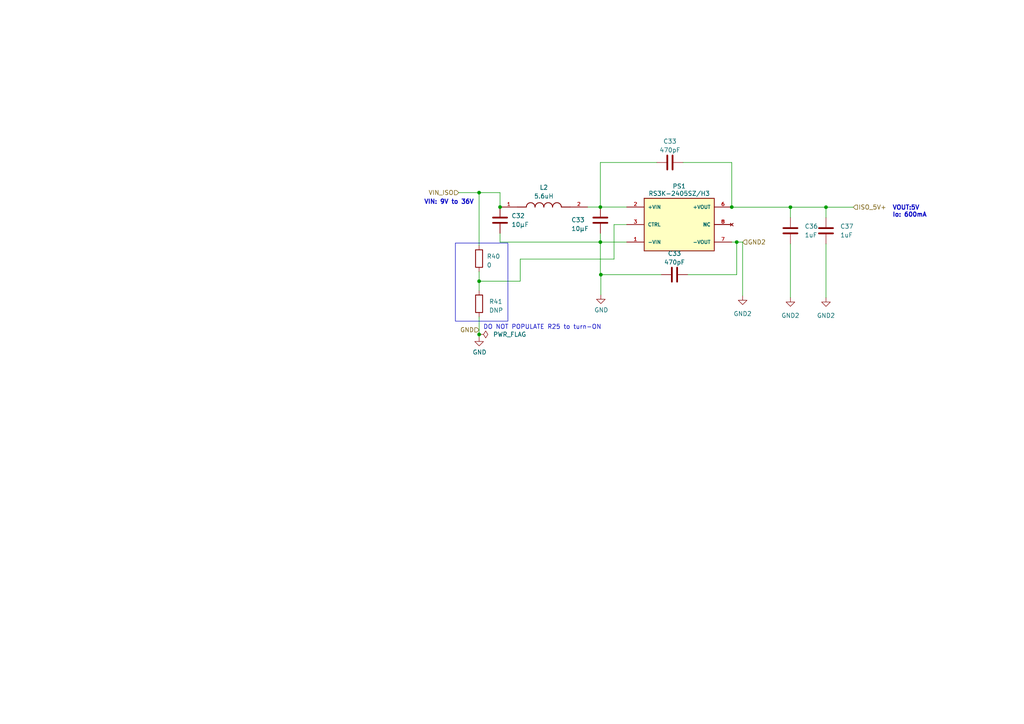
<source format=kicad_sch>
(kicad_sch (version 20231120) (generator "eeschema") (generator_version "8.0")
  (paper "A4")
  (title_block (title "packetRFMS") (date "2024-03-21") (rev "PCB_00132_6A_2124") (company "Packetworx Inc."))
  (lib_symbols
    (symbol "Device:C" (pin_numbers hide) (pin_names (offset 0.254))
      (property "Reference" "C" (at 0.635 2.54 0))
      (property "Value" "C" (at 0.635 -2.54 0))
      (symbol "C_0_1"
        (polyline (pts (xy -2.032 -0.762) (xy 2.032 -0.762)) (stroke (width 0.508)))
        (polyline (pts (xy -2.032 0.762) (xy 2.032 0.762)) (stroke (width 0.508)))
      )
      (symbol "C_1_1"
        (pin passive line (at 0 3.81 270) (length 2.794) (name "~") (number "1"))
        (pin passive line (at 0 -3.81 90) (length 2.794) (name "~") (number "2"))
      )
    )
    (symbol "Device:R" (pin_numbers hide) (pin_names (offset 0))
      (property "Reference" "R" (at 2.032 0 90))
      (property "Value" "R" (at 0 0 90))
      (symbol "R_0_1"
        (rectangle (start -1.016 -2.54) (end 1.016 2.54) (stroke (width 0.254)))
      )
      (symbol "R_1_1"
        (pin passive line (at 0 3.81 270) (length 1.27) (name "~") (number "1"))
        (pin passive line (at 0 -3.81 90) (length 1.27) (name "~") (number "2"))
      )
    )
    (symbol "RLS-567-R:RLS-567-R" (pin_names (offset 1.016))
      (property "Reference" "L" (at -10.16 7.62 0))
      (property "Value" "RLS-567-R" (at -10.16 5.08 0))
      (symbol "RLS-567-R_0_0"
        (arc (start -2.54 0) (mid -3.81 1.2645) (end -5.08 0) (stroke (width 0.254)))
        (arc (start 0 0) (mid -1.27 1.2645) (end -2.54 0) (stroke (width 0.254)))
        (polyline (pts (xy -5.08 0) (xy -7.62 0)) (stroke (width 0.254)))
        (polyline (pts (xy 5.08 0) (xy 7.62 0)) (stroke (width 0.254)))
        (arc (start 2.54 0) (mid 1.27 1.2645) (end 0 0) (stroke (width 0.254)))
        (arc (start 5.08 0) (mid 3.81 1.2645) (end 2.54 0) (stroke (width 0.254)))
        (pin passive line (at -12.7 0 0) (length 5.08) (name "~") (number "1"))
        (pin passive line (at 12.7 0 180) (length 5.08) (name "~") (number "2"))
      )
    )
    (symbol "RS3K-2405SZ_H3:RS3K-2405SZ/H3" (pin_names (offset 1.016))
      (property "Reference" "PS1" (at -0.0078 11.1192 0))
      (property "Value" "RS3K-2405SZ/H3" (at -0.0078 9.0055 0))
      (symbol "RS3K-2405SZ/H3_0_0"
        (rectangle (start -10.16 -7.62) (end 10.16 7.62) (stroke (width 0.254)) (fill (type background)))
        (pin input line (at -15.24 -5.08 0) (length 5.08) (name "-VIN") (number "1"))
        (pin input line (at -15.24 5.08 0) (length 5.08) (name "+VIN") (number "2"))
        (pin input line (at -15.24 0 0) (length 5.08) (name "CTRL") (number "3"))
        (pin no_connect line (at 15.24 0 180) (length 5.08) (name "NC") (number "5"))
        (pin output line (at 15.24 5.08 180) (length 5.08) (name "+VOUT") (number "6"))
        (pin no_connect line (at 15.24 0 180) (length 5.08) (name "NC") (number "8"))
      )
      (symbol "RS3K-2405SZ/H3_1_0"
        (pin bidirectional line (at 15.24 -5.08 180) (length 5.08) (name "-VOUT") (number "7"))
      )
    )
    (symbol "power:GND" (power) (pin_names (offset 0))
      (property "Value" "GND" (at 0 -3.81 0))
      (symbol "GND_0_1"
        (polyline (pts (xy 0 0) (xy 0 -1.27) (xy 1.27 -1.27) (xy 0 -2.54) (xy -1.27 -1.27) (xy 0 -1.27)))
      )
      (symbol "GND_1_1"
        (pin power_in line (at 0 0 270) (length 0) hide (name "GND") (number "1"))
      )
    )
    (symbol "power:GND2" (power) (pin_names (offset 0))
      (property "Value" "GND2" (at 0 -3.81 0))
      (symbol "GND2_0_1"
        (polyline (pts (xy 0 0) (xy 0 -1.27) (xy 1.27 -1.27) (xy 0 -2.54) (xy -1.27 -1.27) (xy 0 -1.27)))
      )
      (symbol "GND2_1_1"
        (pin power_in line (at 0 0 270) (length 0) hide (name "GND2") (number "1"))
      )
    )
    (symbol "power:PWR_FLAG" (power) (pin_numbers hide) (pin_names (offset 0) hide)
      (property "Value" "PWR_FLAG" (at 0 3.81 0))
      (symbol "PWR_FLAG_0_0"
        (pin power_out line (at 0 0 90) (length 0) (name "pwr") (number "1"))
      )
      (symbol "PWR_FLAG_0_1"
        (polyline (pts (xy 0 0) (xy 0 1.27) (xy -1.016 1.905) (xy 0 2.54) (xy 1.016 1.905) (xy 0 1.27)))
      )
    )
  )
  (junction (at 138.965 96.9989))
  (junction (at 174.1271 70.219))
  (junction (at 213.6826 70.219))
  (junction (at 212.2412 60.059))
  (junction (at 138.965 81.5609))
  (junction (at 138.9553 55.8725))
  (junction (at 174.2702 79.6619))
  (junction (at 239.5687 60.0951))
  (junction (at 174.1271 60.059))
  (junction (at 229.2543 60.0951))
  (junction (at 145.033 60.059))
  (wire (pts (xy 239.5687 63.1165) (xy 239.5687 60.0951)))
  (wire (pts (xy 215.391 70.219) (xy 215.391 85.8103)))
  (wire (pts (xy 213.6826 70.219) (xy 215.391 70.219)))
  (wire (pts (xy 138.9553 55.8725) (xy 145.033 55.8725)))
  (wire (pts (xy 174.1271 67.679) (xy 174.1271 70.219)))
  (wire (pts (xy 212.2412 47.1323) (xy 198.1165 47.1323)))
  (wire (pts (xy 174.1271 70.219) (xy 174.1271 79.6619)))
  (wire (pts (xy 145.033 55.8725) (xy 145.033 60.059)))
  (wire (pts (xy 174.2702 79.6619) (xy 174.2702 85.5209)))
  (wire (pts (xy 229.2543 70.7292) (xy 229.2543 86.3205)))
  (wire (pts (xy 150.8898 75.1449) (xy 178.0966 75.1449)))
  (wire (pts (xy 181.7612 70.219) (xy 174.1271 70.219)))
  (wire (pts (xy 239.5687 70.7365) (xy 239.5687 86.3278)))
  (wire (pts (xy 213.6826 79.6619) (xy 213.6826 70.219)))
  (wire (pts (xy 145.033 67.679) (xy 145.033 70.219)))
  (wire (pts (xy 212.2412 60.0951) (xy 212.2412 60.059)))
  (wire (pts (xy 213.6826 70.219) (xy 212.2412 70.219)))
  (wire (pts (xy 138.965 84.2976) (xy 138.965 81.5609)))
  (wire (pts (xy 150.8898 81.5609) (xy 138.965 81.5609)))
  (wire (pts (xy 150.8898 75.1449) (xy 150.8898 81.5609)))
  (wire (pts (xy 178.0966 65.139) (xy 178.0966 75.1449)))
  (wire (pts (xy 229.2543 63.1092) (xy 229.2543 60.0951)))
  (wire (pts (xy 174.1271 60.059) (xy 181.7612 60.059)))
  (wire (pts (xy 170.433 60.059) (xy 174.1271 60.059)))
  (wire (pts (xy 174.1271 47.1323) (xy 174.1271 60.059)))
  (wire (pts (xy 190.4965 47.1323) (xy 174.1271 47.1323)))
  (wire (pts (xy 212.2412 60.0951) (xy 229.2543 60.0951)))
  (wire (pts (xy 138.9553 71.1843) (xy 138.9553 55.8725)))
  (wire (pts (xy 239.5687 60.0951) (xy 247.4856 60.0951)))
  (wire (pts (xy 138.965 78.8043) (xy 138.9553 78.8043)))
  (wire (pts (xy 133.0442 55.8725) (xy 138.9553 55.8725)))
  (wire (pts (xy 191.8197 79.6619) (xy 174.2702 79.6619)))
  (wire (pts (xy 174.2702 79.6619) (xy 174.1271 79.6619)))
  (wire (pts (xy 138.965 91.9176) (xy 138.965 96.9989)))
  (wire (pts (xy 212.2412 47.1323) (xy 212.2412 60.059)))
  (wire (pts (xy 138.965 81.5609) (xy 138.965 78.8043)))
  (wire (pts (xy 229.2543 60.0951) (xy 239.5687 60.0951)))
  (wire (pts (xy 138.965 96.9989) (xy 138.965 97.7766)))
  (wire (pts (xy 145.033 70.219) (xy 174.1271 70.219)))
  (wire (pts (xy 181.7612 65.139) (xy 178.0966 65.139)))
  (wire (pts (xy 199.4397 79.6619) (xy 213.6826 79.6619)))
  (rectangle (start 132.08 70.4957) (end 147.3144 93.1466))
  (text "VOUT:5V\nIo: 600mA\n" (at 258.7999 63.154 0) (effects (font (size 1.27 1.27) (thickness 0.254) (bold yes)) (justify left bottom)))
  (text "VIN: 9V to 36V\n" (at 122.9509 59.4177 0) (effects (font (size 1.27 1.27) (thickness 0.254) (bold yes)) (justify left bottom)))
  (text "DO NOT POPULATE R25 to turn-ON\n" (at 140.1538 95.704 0) (effects (font (size 1.27 1.27)) (justify left bottom)))
  (hierarchical_label "GND" (shape input) (at 138.965 95.6807 180) (property "Intersheetrefs" "${INTERSHEET_REFS}" (effects (hide yes))))
  (hierarchical_label "VIN_ISO" (shape input) (at 133.0442 55.8725 180) (property "Intersheetrefs" "${INTERSHEET_REFS}" (effects (hide yes))))
  (hierarchical_label "GND2" (shape input) (at 215.391 70.219 0) (property "Intersheetrefs" "${INTERSHEET_REFS}" (effects (hide yes))))
  (hierarchical_label "ISO_5V+" (shape input) (at 247.4856 60.0951 0) (property "Intersheetrefs" "${INTERSHEET_REFS}" (effects (hide yes))))
  (symbol (lib_id "Device:C") (at 239.5687 66.9265 0) (unit 1)
    (property "Reference" "C37" (at 243.6801 65.6565 0) (effects (justify left)))
    (property "Value" "1uF" (at 243.6801 68.1965 0) (effects (justify left)))
    (property "Footprint" "Capacitor_SMD:C_0805_2012Metric" (effects (hide yes)))
  )
  (symbol (lib_id "power:GND2") (at 229.2543 86.3205 0) (unit 1)
    (property "Reference" "#PWR083" (effects (hide yes)))
    (property "Value" "GND2" (at 229.2543 91.5157 0))
  )
  (symbol (lib_id "power:GND") (at 138.965 97.7766 0) (unit 1)
    (property "Reference" "#PWR0142" (effects (hide yes)))
    (property "Value" "GND" (at 139.092 102.1708 0))
    (instances (project "SNAP" (path "" (reference "#PWR0142") (unit 1))) (project "packetRFMS" (path "" (reference "#PWR080") (unit 1))) (project "SNAP-Water-Level-Sensor" (path "" (reference "#PWR029") (unit 1))))
  )
  (symbol (lib_id "RLS-567-R:RLS-567-R") (at 157.733 60.059 0) (unit 1)
    (property "Reference" "L2" (at 157.733 54.3704 0))
    (property "Value" "5.6uH" (at 157.733 56.9104 0))
    (property "Footprint" "SRP5015TA-5R6M:INDPM5752X150N" (effects (hide yes)))
    (property "PARTREV" "1" (effects (hide yes)))
    (property "STANDARD" "Manufacturer Recommendations" (effects (hide yes)))
    (property "MAXIMUM_PACKAGE_HEIGHT" "2.6mm" (effects (hide yes)))
    (property "MANUFACTURER" "RECOM" (effects (hide yes)))
    (property "LCSC" "C497860" (effects (hide yes)))
    (instances (project "packetRFMS" (path "" (reference "L2") (unit 1))) (project "SNAP-Water-Level-Sensor" (path "" (reference "L5") (unit 1))))
  )
  (symbol (lib_id "power:GND") (at 174.2702 85.5209 0) (unit 1)
    (property "Reference" "#PWR0142" (effects (hide yes)))
    (property "Value" "GND" (at 174.3972 89.9151 0))
    (instances (project "SNAP" (path "" (reference "#PWR0142") (unit 1))) (project "packetRFMS" (path "" (reference "#PWR081") (unit 1))) (project "SNAP-Water-Level-Sensor" (path "" (reference "#PWR029") (unit 1))))
  )
  (symbol (lib_id "Device:C") (at 195.6297 79.6619 90) (unit 1)
    (property "Reference" "C33" (at 195.6297 73.527 90))
    (property "Value" "470pF" (at 195.6297 76.067 90))
    (property "Footprint" "Capacitor_SMD:C_1812_4532Metric" (effects (hide yes)))
    (property "LCSC" "C106170" (effects (hide yes)))
    (instances (project "SNAP" (path "" (reference "C33") (unit 1))) (project "packetRFMS" (path "" (reference "C35") (unit 1))) (project "SNAP-Water-Level-Sensor" (path "" (reference "C27") (unit 1))))
  )
  (symbol (lib_id "Device:C") (at 174.1271 63.869 0) (unit 1)
    (property "Reference" "C33" (at 165.6937 63.7858 0) (effects (justify left)))
    (property "Value" "10µF" (at 165.6937 66.3258 0) (effects (justify left)))
    (property "Footprint" "Capacitor_SMD:CP_Elec_5x5.4" (effects (hide yes)))
    (property "LCSC" "C72486" (effects (hide yes)))
    (instances (project "packetRFMS" (path "" (reference "C33") (unit 1))) (project "SNAP-Water-Level-Sensor" (path "" (reference "C22") (unit 1))))
  )
  (symbol (lib_id "Device:C") (at 229.2543 66.9192 0) (unit 1)
    (property "Reference" "C36" (at 233.3657 65.6492 0) (effects (justify left)))
    (property "Value" "1uF" (at 233.3657 68.1892 0) (effects (justify left)))
    (property "Footprint" "Capacitor_SMD:C_0805_2012Metric" (effects (hide yes)))
  )
  (symbol (lib_id "power:GND2") (at 239.5687 86.3278 0) (unit 1)
    (property "Reference" "#PWR084" (effects (hide yes)))
    (property "Value" "GND2" (at 239.5687 91.523 0))
  )
  (symbol (lib_id "Device:R") (at 138.965 88.1076 180) (unit 1)
    (property "Reference" "R41" (at 141.848 87.4726 0) (effects (justify right)))
    (property "Value" "DNP" (at 141.848 90.0126 0) (effects (justify right)))
    (property "Footprint" "Resistor_SMD:R_0603_1608Metric" (effects (hide yes)))
  )
  (symbol (lib_id "power:PWR_FLAG") (at 138.965 96.9989 270) (unit 1)
    (property "Reference" "#FLG04" (effects (hide yes)))
    (property "Value" "PWR_FLAG" (at 143.0068 96.9989 90) (effects (justify left)))
  )
  (symbol (lib_id "Device:C") (at 145.033 63.869 0) (unit 1)
    (property "Reference" "C32" (at 148.3296 62.599 0) (effects (justify left)))
    (property "Value" "10µF" (at 148.3296 65.139 0) (effects (justify left)))
    (property "Footprint" "Capacitor_SMD:CP_Elec_5x5.4" (effects (hide yes)))
    (property "LCSC" "C72486" (effects (hide yes)))
    (instances (project "packetRFMS" (path "" (reference "C32") (unit 1))) (project "SNAP-Water-Level-Sensor" (path "" (reference "C10") (unit 1))))
  )
  (symbol (lib_id "Device:C") (at 194.3065 47.1323 90) (unit 1)
    (property "Reference" "C33" (at 194.3065 40.9974 90))
    (property "Value" "470pF" (at 194.3065 43.5374 90))
    (property "Footprint" "Capacitor_SMD:C_1812_4532Metric" (effects (hide yes)))
    (property "LCSC" "C106170" (effects (hide yes)))
    (instances (project "SNAP" (path "" (reference "C33") (unit 1))) (project "packetRFMS" (path "" (reference "C34") (unit 1))) (project "SNAP-Water-Level-Sensor" (path "" (reference "C8") (unit 1))))
  )
  (symbol (lib_id "Device:R") (at 138.9553 74.9943 0) (unit 1)
    (property "Reference" "R40" (at 141.1747 74.3593 0) (effects (justify left)))
    (property "Value" "0" (at 141.1747 76.8993 0) (effects (justify left)))
    (property "Footprint" "Resistor_SMD:R_0603_1608Metric" (effects (hide yes)))
    (property "LSCS" "C176152" (effects (hide yes)))
  )
  (symbol (lib_id "RS3K-2405SZ_H3:RS3K-2405SZ/H3") (at 197.0012 65.139 0) (unit 1)
    (property "Reference" "PS1" (at 196.9934 54.0198 0))
    (property "Value" "RS3K-2405SZ/H3" (at 196.9934 56.1335 0))
    (property "Footprint" "PWX-Footprints-SNAP:CONV_RS3K-2405SZ_H3" (effects (hide yes)))
    (property "STANDARD" "Manufacturer Recommendations" (effects (hide yes)))
    (property "MAXIMUM_PACKAGE_HEIGHT" "11.6mm" (effects (hide yes)))
    (property "PARTREV" "0/2023" (effects (hide yes)))
    (property "MANUFACTURER" "Recom Power" (effects (hide yes)))
    (property "SNAPEDA_PN" "RS3K-2405SZ/H3" (effects (hide yes)))
  )
  (symbol (lib_id "power:GND2") (at 215.391 85.8103 0) (unit 1)
    (property "Reference" "#PWR082" (effects (hide yes)))
    (property "Value" "GND2" (at 215.391 91.0055 0))
  )
)
</source>
